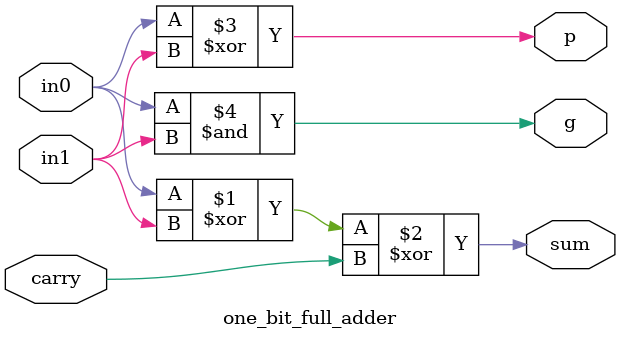
<source format=v>
module one_bit_full_adder(
    input in0,
    input in1,
    input carry,
    output sum,
    output g,
    output p
);

assign sum=in0 ^ in1 ^ carry;
assign p=in0 ^ in1;
assign g=in0 & in1;


endmodule
</source>
